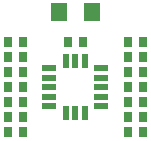
<source format=gbr>
G04 EAGLE Gerber RS-274X export*
G75*
%MOMM*%
%FSLAX34Y34*%
%LPD*%
%INSolderpaste Top*%
%IPPOS*%
%AMOC8*
5,1,8,0,0,1.08239X$1,22.5*%
G01*
%ADD10R,0.700000X0.900000*%
%ADD11R,1.400000X1.600000*%
%ADD12R,1.300000X0.500000*%
%ADD13R,0.500000X1.300000*%


D10*
X69700Y114300D03*
X82700Y114300D03*
D11*
X90200Y139700D03*
X62200Y139700D03*
D10*
X31900Y114300D03*
X18900Y114300D03*
X31900Y101600D03*
X18900Y101600D03*
X31900Y88900D03*
X18900Y88900D03*
D12*
X54200Y92200D03*
X54200Y84200D03*
X54200Y76200D03*
X54200Y68200D03*
X54200Y60200D03*
D13*
X68200Y54200D03*
X76200Y54200D03*
X84200Y54200D03*
D12*
X98200Y60200D03*
X98200Y68200D03*
X98200Y76200D03*
X98200Y84200D03*
X98200Y92200D03*
D13*
X84200Y98200D03*
X76200Y98200D03*
X68200Y98200D03*
D10*
X133500Y88900D03*
X120500Y88900D03*
X133500Y101600D03*
X120500Y101600D03*
X133500Y114300D03*
X120500Y114300D03*
X31900Y38100D03*
X18900Y38100D03*
X18900Y63500D03*
X31900Y63500D03*
X31900Y50800D03*
X18900Y50800D03*
X120500Y63500D03*
X133500Y63500D03*
X120500Y38100D03*
X133500Y38100D03*
X120500Y50800D03*
X133500Y50800D03*
X18900Y76200D03*
X31900Y76200D03*
X120500Y76200D03*
X133500Y76200D03*
M02*

</source>
